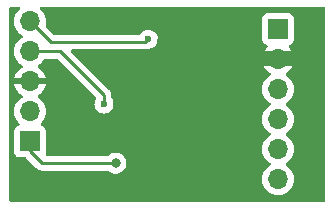
<source format=gbr>
%TF.GenerationSoftware,KiCad,Pcbnew,(7.0.0)*%
%TF.CreationDate,2023-08-01T12:49:58+01:00*%
%TF.ProjectId,TAStable,54415374-6162-46c6-952e-6b696361645f,rev?*%
%TF.SameCoordinates,Original*%
%TF.FileFunction,Copper,L2,Bot*%
%TF.FilePolarity,Positive*%
%FSLAX46Y46*%
G04 Gerber Fmt 4.6, Leading zero omitted, Abs format (unit mm)*
G04 Created by KiCad (PCBNEW (7.0.0)) date 2023-08-01 12:49:58*
%MOMM*%
%LPD*%
G01*
G04 APERTURE LIST*
%TA.AperFunction,ComponentPad*%
%ADD10R,1.700000X1.700000*%
%TD*%
%TA.AperFunction,ComponentPad*%
%ADD11O,1.700000X1.700000*%
%TD*%
%TA.AperFunction,ViaPad*%
%ADD12C,0.600000*%
%TD*%
%TA.AperFunction,ViaPad*%
%ADD13C,0.800000*%
%TD*%
%TA.AperFunction,Conductor*%
%ADD14C,0.508000*%
%TD*%
%TA.AperFunction,Conductor*%
%ADD15C,0.250000*%
%TD*%
%TA.AperFunction,Conductor*%
%ADD16C,0.254000*%
%TD*%
G04 APERTURE END LIST*
D10*
%TO.P,J1,1,Pin_1*%
%TO.N,+5V*%
X141249999Y-93649999D03*
D11*
%TO.P,J1,2,Pin_2*%
%TO.N,GND*%
X141249999Y-96189999D03*
%TO.P,J1,3,Pin_3*%
%TO.N,/I2C_SDA*%
X141249999Y-98729999D03*
%TO.P,J1,4,Pin_4*%
%TO.N,/I2C_SCL*%
X141249999Y-101269999D03*
%TO.P,J1,5,Pin_5*%
%TO.N,/21MHz_IN*%
X141249999Y-103809999D03*
%TO.P,J1,6,Pin_6*%
%TO.N,Net-(J1-Pin_6)*%
X141249999Y-106349999D03*
%TD*%
D10*
%TO.P,J2,1,Pin_1*%
%TO.N,/MCLR*%
X120249999Y-103159999D03*
D11*
%TO.P,J2,2,Pin_2*%
%TO.N,+3.3V*%
X120249999Y-100619999D03*
%TO.P,J2,3,Pin_3*%
%TO.N,GND*%
X120249999Y-98079999D03*
%TO.P,J2,4,Pin_4*%
%TO.N,/ICSPDAT*%
X120249999Y-95539999D03*
%TO.P,J2,5,Pin_5*%
%TO.N,/I2C_SCL*%
X120249999Y-92999999D03*
%TD*%
D12*
%TO.N,GND*%
X131250000Y-94750000D03*
X132000000Y-105000000D03*
D13*
X128133942Y-98133544D03*
D12*
X138250000Y-107750000D03*
X128750000Y-93750000D03*
X132000000Y-107250000D03*
D13*
X125250000Y-96500000D03*
X122000000Y-104000000D03*
D12*
X122250000Y-92750000D03*
D13*
X120500000Y-105750000D03*
D12*
X138220911Y-102529089D03*
%TO.N,/I2C_SCL*%
X130250000Y-94500000D03*
D13*
%TO.N,/MCLR*%
X127500000Y-105000000D03*
D12*
%TO.N,/ICSPDAT*%
X126500000Y-100000000D03*
%TD*%
D14*
%TO.N,GND*%
X141342500Y-95875000D02*
X141217500Y-95750000D01*
X141032500Y-96500000D02*
X139967500Y-96500000D01*
X142717500Y-96500000D02*
X141467500Y-96500000D01*
X141342500Y-96190000D02*
X141342500Y-95875000D01*
X141342500Y-96190000D02*
X141032500Y-96500000D01*
X142717500Y-95750000D02*
X141467500Y-95750000D01*
X141217500Y-95750000D02*
X139967500Y-95750000D01*
D15*
%TO.N,/I2C_SCL*%
X122000000Y-94750000D02*
X120250000Y-93000000D01*
X130000000Y-94750000D02*
X122000000Y-94750000D01*
X130250000Y-94500000D02*
X130000000Y-94750000D01*
%TO.N,/MCLR*%
X120250000Y-104000000D02*
X120250000Y-103160000D01*
X127500000Y-105000000D02*
X121250000Y-105000000D01*
X121250000Y-105000000D02*
X120250000Y-104000000D01*
D16*
%TO.N,/ICSPDAT*%
X126500000Y-99250000D02*
X122790000Y-95540000D01*
X126500000Y-100000000D02*
X126500000Y-99250000D01*
X122790000Y-95540000D02*
X120250000Y-95540000D01*
%TD*%
%TA.AperFunction,Conductor*%
%TO.N,GND*%
G36*
X119346537Y-91764015D02*
G01*
X119390560Y-91801615D01*
X119412715Y-91855102D01*
X119408173Y-91912818D01*
X119377923Y-91962181D01*
X119215334Y-92124769D01*
X119215328Y-92124775D01*
X119211505Y-92128599D01*
X119208402Y-92133029D01*
X119208399Y-92133034D01*
X119079073Y-92317731D01*
X119079068Y-92317738D01*
X119075965Y-92322171D01*
X119073677Y-92327077D01*
X119073675Y-92327081D01*
X118978386Y-92531427D01*
X118978383Y-92531432D01*
X118976097Y-92536337D01*
X118974698Y-92541557D01*
X118974694Y-92541569D01*
X118916337Y-92759365D01*
X118916335Y-92759371D01*
X118914937Y-92764592D01*
X118894341Y-93000000D01*
X118894813Y-93005395D01*
X118914465Y-93230017D01*
X118914465Y-93230020D01*
X118914937Y-93235408D01*
X118916336Y-93240630D01*
X118916337Y-93240634D01*
X118974694Y-93458430D01*
X118974697Y-93458438D01*
X118976097Y-93463663D01*
X118978385Y-93468570D01*
X118978386Y-93468572D01*
X119073678Y-93672927D01*
X119073681Y-93672933D01*
X119075965Y-93677830D01*
X119079064Y-93682257D01*
X119079066Y-93682259D01*
X119208399Y-93866966D01*
X119208402Y-93866970D01*
X119211505Y-93871401D01*
X119378599Y-94038495D01*
X119383032Y-94041599D01*
X119383038Y-94041604D01*
X119564158Y-94168425D01*
X119603024Y-94212743D01*
X119617035Y-94270000D01*
X119603024Y-94327257D01*
X119564158Y-94371575D01*
X119378599Y-94501505D01*
X119374775Y-94505328D01*
X119374769Y-94505334D01*
X119215334Y-94664769D01*
X119215328Y-94664775D01*
X119211505Y-94668599D01*
X119208402Y-94673029D01*
X119208399Y-94673034D01*
X119079073Y-94857731D01*
X119079068Y-94857738D01*
X119075965Y-94862171D01*
X119073677Y-94867077D01*
X119073675Y-94867081D01*
X118978386Y-95071427D01*
X118978383Y-95071432D01*
X118976097Y-95076337D01*
X118974698Y-95081557D01*
X118974694Y-95081569D01*
X118916337Y-95299365D01*
X118916335Y-95299371D01*
X118914937Y-95304592D01*
X118914465Y-95309977D01*
X118914465Y-95309982D01*
X118897142Y-95507982D01*
X118894341Y-95540000D01*
X118914937Y-95775408D01*
X118916336Y-95780630D01*
X118916337Y-95780634D01*
X118974694Y-95998430D01*
X118974697Y-95998438D01*
X118976097Y-96003663D01*
X118978385Y-96008570D01*
X118978386Y-96008572D01*
X119073678Y-96212927D01*
X119073681Y-96212933D01*
X119075965Y-96217830D01*
X119079064Y-96222257D01*
X119079066Y-96222259D01*
X119208399Y-96406966D01*
X119208402Y-96406970D01*
X119211505Y-96411401D01*
X119378599Y-96578495D01*
X119383031Y-96581598D01*
X119383033Y-96581600D01*
X119564595Y-96708731D01*
X119603460Y-96753049D01*
X119617471Y-96810306D01*
X119603460Y-96867563D01*
X119564595Y-96911881D01*
X119383352Y-97038788D01*
X119375092Y-97045719D01*
X119215719Y-97205092D01*
X119208784Y-97213357D01*
X119079508Y-97397982D01*
X119074110Y-97407332D01*
X118978856Y-97611602D01*
X118975168Y-97621736D01*
X118923056Y-97816219D01*
X118922688Y-97827448D01*
X118933631Y-97830000D01*
X121566369Y-97830000D01*
X121577311Y-97827448D01*
X121576943Y-97816219D01*
X121524831Y-97621736D01*
X121521143Y-97611602D01*
X121425889Y-97407332D01*
X121420491Y-97397982D01*
X121291215Y-97213357D01*
X121284280Y-97205092D01*
X121124909Y-97045721D01*
X121116643Y-97038784D01*
X120935405Y-96911880D01*
X120896540Y-96867562D01*
X120882529Y-96810305D01*
X120896540Y-96753048D01*
X120935406Y-96708730D01*
X121116961Y-96581604D01*
X121116961Y-96581603D01*
X121121401Y-96578495D01*
X121288495Y-96411401D01*
X121422250Y-96220377D01*
X121466570Y-96181511D01*
X121523827Y-96167500D01*
X122478719Y-96167500D01*
X122526172Y-96176939D01*
X122566400Y-96203819D01*
X125796453Y-99433872D01*
X125825813Y-99480598D01*
X125831992Y-99535436D01*
X125813767Y-99587524D01*
X125777911Y-99644588D01*
X125777907Y-99644594D01*
X125774211Y-99650478D01*
X125771915Y-99657036D01*
X125771913Y-99657043D01*
X125716930Y-99814175D01*
X125716928Y-99814182D01*
X125714632Y-99820745D01*
X125713852Y-99827662D01*
X125713852Y-99827665D01*
X125701451Y-99937731D01*
X125694435Y-100000000D01*
X125695215Y-100006923D01*
X125711496Y-100151427D01*
X125714632Y-100179255D01*
X125716928Y-100185819D01*
X125716930Y-100185824D01*
X125771913Y-100342956D01*
X125774211Y-100349522D01*
X125870184Y-100502262D01*
X125997738Y-100629816D01*
X126150478Y-100725789D01*
X126320745Y-100785368D01*
X126500000Y-100805565D01*
X126679255Y-100785368D01*
X126849522Y-100725789D01*
X127002262Y-100629816D01*
X127129816Y-100502262D01*
X127225789Y-100349522D01*
X127285368Y-100179255D01*
X127305565Y-100000000D01*
X127285368Y-99820745D01*
X127225789Y-99650478D01*
X127146505Y-99524299D01*
X127127500Y-99458328D01*
X127127500Y-99328040D01*
X127128024Y-99316928D01*
X127129680Y-99309523D01*
X127127561Y-99242095D01*
X127127500Y-99238200D01*
X127127500Y-99214414D01*
X127127500Y-99210524D01*
X127127012Y-99206660D01*
X127126994Y-99206516D01*
X127126076Y-99194859D01*
X127124700Y-99151057D01*
X127119082Y-99131720D01*
X127115138Y-99112679D01*
X127112616Y-99092707D01*
X127096480Y-99051953D01*
X127092697Y-99040903D01*
X127082645Y-99006302D01*
X127082644Y-99006300D01*
X127080468Y-98998809D01*
X127070222Y-98981485D01*
X127061660Y-98964007D01*
X127057125Y-98952551D01*
X127057124Y-98952549D01*
X127054253Y-98945297D01*
X127028478Y-98909822D01*
X127022086Y-98900091D01*
X126999763Y-98862344D01*
X126985530Y-98848111D01*
X126972894Y-98833316D01*
X126965650Y-98823345D01*
X126965645Y-98823340D01*
X126961063Y-98817033D01*
X126927287Y-98789091D01*
X126918647Y-98781228D01*
X123724600Y-95587181D01*
X123694350Y-95537818D01*
X123689808Y-95480102D01*
X123711963Y-95426615D01*
X123755986Y-95389015D01*
X123812281Y-95375500D01*
X129922225Y-95375500D01*
X129933280Y-95376021D01*
X129940667Y-95377673D01*
X130007872Y-95375561D01*
X130011768Y-95375500D01*
X130035448Y-95375500D01*
X130039350Y-95375500D01*
X130043313Y-95374999D01*
X130054963Y-95374080D01*
X130098627Y-95372709D01*
X130117861Y-95367119D01*
X130136917Y-95363174D01*
X130156792Y-95360664D01*
X130197395Y-95344587D01*
X130208450Y-95340802D01*
X130250390Y-95328618D01*
X130267629Y-95318422D01*
X130285102Y-95309862D01*
X130298888Y-95304404D01*
X130330652Y-95296477D01*
X130429255Y-95285368D01*
X130599522Y-95225789D01*
X130752262Y-95129816D01*
X130879816Y-95002262D01*
X130975789Y-94849522D01*
X131035368Y-94679255D01*
X131050542Y-94544578D01*
X139899500Y-94544578D01*
X139899501Y-94547872D01*
X139899853Y-94551150D01*
X139899854Y-94551161D01*
X139905079Y-94599768D01*
X139905080Y-94599773D01*
X139905909Y-94607483D01*
X139908619Y-94614749D01*
X139908620Y-94614753D01*
X139927275Y-94664769D01*
X139956204Y-94742331D01*
X140042454Y-94857546D01*
X140157669Y-94943796D01*
X140289598Y-94993002D01*
X140339977Y-95027981D01*
X140367431Y-95082825D01*
X140365242Y-95144118D01*
X140333947Y-95196865D01*
X140215714Y-95315098D01*
X140208784Y-95323357D01*
X140079508Y-95507982D01*
X140074110Y-95517332D01*
X139978856Y-95721602D01*
X139975168Y-95731736D01*
X139923056Y-95926219D01*
X139922688Y-95937448D01*
X139933631Y-95940000D01*
X142566369Y-95940000D01*
X142577311Y-95937448D01*
X142576943Y-95926219D01*
X142524831Y-95731736D01*
X142521143Y-95721602D01*
X142425889Y-95517332D01*
X142420491Y-95507982D01*
X142291215Y-95323357D01*
X142284280Y-95315092D01*
X142166053Y-95196865D01*
X142134757Y-95144119D01*
X142132568Y-95082825D01*
X142160022Y-95027981D01*
X142210398Y-94993003D01*
X142342331Y-94943796D01*
X142457546Y-94857546D01*
X142543796Y-94742331D01*
X142594091Y-94607483D01*
X142600500Y-94547873D01*
X142600499Y-92752128D01*
X142594091Y-92692517D01*
X142543796Y-92557669D01*
X142457546Y-92442454D01*
X142342331Y-92356204D01*
X142251084Y-92322171D01*
X142214752Y-92308620D01*
X142214750Y-92308619D01*
X142207483Y-92305909D01*
X142199770Y-92305079D01*
X142199767Y-92305079D01*
X142151180Y-92299855D01*
X142151169Y-92299854D01*
X142147873Y-92299500D01*
X142144550Y-92299500D01*
X140355439Y-92299500D01*
X140355420Y-92299500D01*
X140352128Y-92299501D01*
X140348850Y-92299853D01*
X140348838Y-92299854D01*
X140300231Y-92305079D01*
X140300225Y-92305080D01*
X140292517Y-92305909D01*
X140285252Y-92308618D01*
X140285246Y-92308620D01*
X140165980Y-92353104D01*
X140165978Y-92353104D01*
X140157669Y-92356204D01*
X140150572Y-92361516D01*
X140150568Y-92361519D01*
X140049550Y-92437141D01*
X140049546Y-92437144D01*
X140042454Y-92442454D01*
X140037144Y-92449546D01*
X140037141Y-92449550D01*
X139961519Y-92550568D01*
X139961516Y-92550572D01*
X139956204Y-92557669D01*
X139953104Y-92565978D01*
X139953104Y-92565980D01*
X139908620Y-92685247D01*
X139908619Y-92685250D01*
X139905909Y-92692517D01*
X139905079Y-92700227D01*
X139905079Y-92700232D01*
X139899855Y-92748819D01*
X139899854Y-92748831D01*
X139899500Y-92752127D01*
X139899500Y-92755448D01*
X139899500Y-92755449D01*
X139899500Y-94544560D01*
X139899500Y-94544578D01*
X131050542Y-94544578D01*
X131055565Y-94500000D01*
X131035368Y-94320745D01*
X130975789Y-94150478D01*
X130879816Y-93997738D01*
X130752262Y-93870184D01*
X130599522Y-93774211D01*
X130592959Y-93771914D01*
X130592956Y-93771913D01*
X130435824Y-93716930D01*
X130435819Y-93716928D01*
X130429255Y-93714632D01*
X130422335Y-93713852D01*
X130422334Y-93713852D01*
X130256923Y-93695215D01*
X130250000Y-93694435D01*
X130243077Y-93695215D01*
X130077665Y-93713852D01*
X130077662Y-93713852D01*
X130070745Y-93714632D01*
X130064182Y-93716928D01*
X130064175Y-93716930D01*
X129907043Y-93771913D01*
X129907036Y-93771915D01*
X129900478Y-93774211D01*
X129894590Y-93777910D01*
X129894587Y-93777912D01*
X129753638Y-93866476D01*
X129753633Y-93866479D01*
X129747738Y-93870184D01*
X129742813Y-93875108D01*
X129742809Y-93875112D01*
X129625112Y-93992809D01*
X129625108Y-93992813D01*
X129620184Y-93997738D01*
X129616481Y-94003631D01*
X129616474Y-94003640D01*
X129576994Y-94066473D01*
X129531982Y-94109028D01*
X129472001Y-94124500D01*
X122310452Y-94124500D01*
X122262999Y-94115061D01*
X122222771Y-94088181D01*
X121590237Y-93455647D01*
X121558143Y-93400059D01*
X121558143Y-93335872D01*
X121585063Y-93235408D01*
X121605659Y-93000000D01*
X121585063Y-92764592D01*
X121523903Y-92536337D01*
X121424035Y-92322171D01*
X121288495Y-92128599D01*
X121122077Y-91962181D01*
X121091827Y-91912818D01*
X121087285Y-91855102D01*
X121109440Y-91801615D01*
X121153463Y-91764015D01*
X121209758Y-91750500D01*
X145125500Y-91750500D01*
X145187500Y-91767113D01*
X145232887Y-91812500D01*
X145249500Y-91874500D01*
X145249500Y-108125500D01*
X145232887Y-108187500D01*
X145187500Y-108232887D01*
X145125500Y-108249500D01*
X129000099Y-108249500D01*
X118624500Y-108249500D01*
X118562500Y-108232887D01*
X118517113Y-108187500D01*
X118500500Y-108125500D01*
X118500500Y-106350000D01*
X139894341Y-106350000D01*
X139914937Y-106585408D01*
X139916336Y-106590630D01*
X139916337Y-106590634D01*
X139974694Y-106808430D01*
X139974697Y-106808438D01*
X139976097Y-106813663D01*
X139978385Y-106818570D01*
X139978386Y-106818572D01*
X140073678Y-107022927D01*
X140073681Y-107022933D01*
X140075965Y-107027830D01*
X140079064Y-107032257D01*
X140079066Y-107032259D01*
X140208399Y-107216966D01*
X140208402Y-107216970D01*
X140211505Y-107221401D01*
X140378599Y-107388495D01*
X140572170Y-107524035D01*
X140786337Y-107623903D01*
X141014592Y-107685063D01*
X141250000Y-107705659D01*
X141485408Y-107685063D01*
X141713663Y-107623903D01*
X141927830Y-107524035D01*
X142121401Y-107388495D01*
X142288495Y-107221401D01*
X142424035Y-107027830D01*
X142523903Y-106813663D01*
X142585063Y-106585408D01*
X142605659Y-106350000D01*
X142585063Y-106114592D01*
X142523903Y-105886337D01*
X142424035Y-105672171D01*
X142288495Y-105478599D01*
X142121401Y-105311505D01*
X142116968Y-105308401D01*
X142116961Y-105308395D01*
X141935842Y-105181575D01*
X141896976Y-105137257D01*
X141882965Y-105080000D01*
X141896976Y-105022743D01*
X141935842Y-104978425D01*
X142116961Y-104851604D01*
X142116961Y-104851603D01*
X142121401Y-104848495D01*
X142288495Y-104681401D01*
X142424035Y-104487830D01*
X142523903Y-104273663D01*
X142585063Y-104045408D01*
X142605659Y-103810000D01*
X142585063Y-103574592D01*
X142523903Y-103346337D01*
X142424035Y-103132171D01*
X142288495Y-102938599D01*
X142121401Y-102771505D01*
X142116968Y-102768401D01*
X142116961Y-102768395D01*
X141935842Y-102641575D01*
X141896976Y-102597257D01*
X141882965Y-102540000D01*
X141896976Y-102482743D01*
X141935842Y-102438425D01*
X142116961Y-102311604D01*
X142116961Y-102311603D01*
X142121401Y-102308495D01*
X142288495Y-102141401D01*
X142424035Y-101947830D01*
X142523903Y-101733663D01*
X142585063Y-101505408D01*
X142605659Y-101270000D01*
X142585063Y-101034592D01*
X142523903Y-100806337D01*
X142424035Y-100592171D01*
X142288495Y-100398599D01*
X142121401Y-100231505D01*
X142116968Y-100228401D01*
X142116961Y-100228395D01*
X141935842Y-100101575D01*
X141896976Y-100057257D01*
X141882965Y-100000000D01*
X141896976Y-99942743D01*
X141935842Y-99898425D01*
X142116961Y-99771604D01*
X142116961Y-99771603D01*
X142121401Y-99768495D01*
X142288495Y-99601401D01*
X142424035Y-99407830D01*
X142523903Y-99193663D01*
X142585063Y-98965408D01*
X142605659Y-98730000D01*
X142585063Y-98494592D01*
X142523903Y-98266337D01*
X142424035Y-98052171D01*
X142288495Y-97858599D01*
X142121401Y-97691505D01*
X142116970Y-97688402D01*
X142116966Y-97688399D01*
X141935405Y-97561269D01*
X141896540Y-97516951D01*
X141882529Y-97459694D01*
X141896540Y-97402437D01*
X141935406Y-97358119D01*
X142116638Y-97231219D01*
X142124909Y-97224278D01*
X142284278Y-97064909D01*
X142291215Y-97056643D01*
X142420498Y-96872008D01*
X142425886Y-96862676D01*
X142521143Y-96658397D01*
X142524831Y-96648263D01*
X142576943Y-96453780D01*
X142577311Y-96442551D01*
X142566369Y-96440000D01*
X139933631Y-96440000D01*
X139922688Y-96442551D01*
X139923056Y-96453780D01*
X139975168Y-96648263D01*
X139978856Y-96658397D01*
X140074113Y-96862676D01*
X140079501Y-96872008D01*
X140208784Y-97056643D01*
X140215721Y-97064909D01*
X140375090Y-97224278D01*
X140383356Y-97231215D01*
X140564595Y-97358120D01*
X140603460Y-97402438D01*
X140617471Y-97459695D01*
X140603460Y-97516952D01*
X140564594Y-97561270D01*
X140383034Y-97688399D01*
X140383029Y-97688402D01*
X140378599Y-97691505D01*
X140374775Y-97695328D01*
X140374769Y-97695334D01*
X140215334Y-97854769D01*
X140215328Y-97854775D01*
X140211505Y-97858599D01*
X140208402Y-97863029D01*
X140208399Y-97863034D01*
X140079073Y-98047731D01*
X140079068Y-98047738D01*
X140075965Y-98052171D01*
X140073677Y-98057077D01*
X140073675Y-98057081D01*
X139978386Y-98261427D01*
X139978383Y-98261432D01*
X139976097Y-98266337D01*
X139974698Y-98271557D01*
X139974694Y-98271569D01*
X139916337Y-98489365D01*
X139916335Y-98489371D01*
X139914937Y-98494592D01*
X139914465Y-98499977D01*
X139914465Y-98499982D01*
X139894813Y-98724605D01*
X139894341Y-98730000D01*
X139894813Y-98735395D01*
X139909220Y-98900071D01*
X139914937Y-98965408D01*
X139916336Y-98970630D01*
X139916337Y-98970634D01*
X139974694Y-99188430D01*
X139974697Y-99188438D01*
X139976097Y-99193663D01*
X139978385Y-99198570D01*
X139978386Y-99198572D01*
X140073678Y-99402927D01*
X140073681Y-99402933D01*
X140075965Y-99407830D01*
X140079064Y-99412257D01*
X140079066Y-99412259D01*
X140208399Y-99596966D01*
X140208402Y-99596970D01*
X140211505Y-99601401D01*
X140378599Y-99768495D01*
X140383032Y-99771599D01*
X140383038Y-99771604D01*
X140564158Y-99898425D01*
X140603024Y-99942743D01*
X140617035Y-100000000D01*
X140603024Y-100057257D01*
X140564159Y-100101575D01*
X140383041Y-100228395D01*
X140378599Y-100231505D01*
X140374775Y-100235328D01*
X140374769Y-100235334D01*
X140215334Y-100394769D01*
X140215328Y-100394775D01*
X140211505Y-100398599D01*
X140208402Y-100403029D01*
X140208399Y-100403034D01*
X140079073Y-100587731D01*
X140079068Y-100587738D01*
X140075965Y-100592171D01*
X140073677Y-100597077D01*
X140073675Y-100597081D01*
X139978386Y-100801427D01*
X139978383Y-100801432D01*
X139976097Y-100806337D01*
X139974698Y-100811557D01*
X139974694Y-100811569D01*
X139916337Y-101029365D01*
X139916335Y-101029371D01*
X139914937Y-101034592D01*
X139914465Y-101039977D01*
X139914465Y-101039982D01*
X139910214Y-101088572D01*
X139894341Y-101270000D01*
X139894813Y-101275395D01*
X139914046Y-101495232D01*
X139914937Y-101505408D01*
X139916336Y-101510630D01*
X139916337Y-101510634D01*
X139974694Y-101728430D01*
X139974697Y-101728438D01*
X139976097Y-101733663D01*
X139978385Y-101738570D01*
X139978386Y-101738572D01*
X140073678Y-101942927D01*
X140073681Y-101942933D01*
X140075965Y-101947830D01*
X140079064Y-101952257D01*
X140079066Y-101952259D01*
X140208399Y-102136966D01*
X140208402Y-102136970D01*
X140211505Y-102141401D01*
X140378599Y-102308495D01*
X140383032Y-102311599D01*
X140383038Y-102311604D01*
X140564158Y-102438425D01*
X140603024Y-102482743D01*
X140617035Y-102540000D01*
X140603024Y-102597257D01*
X140564159Y-102641575D01*
X140383041Y-102768395D01*
X140378599Y-102771505D01*
X140374775Y-102775328D01*
X140374769Y-102775334D01*
X140215334Y-102934769D01*
X140215328Y-102934775D01*
X140211505Y-102938599D01*
X140208402Y-102943029D01*
X140208399Y-102943034D01*
X140079073Y-103127731D01*
X140079068Y-103127738D01*
X140075965Y-103132171D01*
X140073677Y-103137077D01*
X140073675Y-103137081D01*
X139978386Y-103341427D01*
X139978383Y-103341432D01*
X139976097Y-103346337D01*
X139974698Y-103351557D01*
X139974694Y-103351569D01*
X139916337Y-103569365D01*
X139916335Y-103569371D01*
X139914937Y-103574592D01*
X139894341Y-103810000D01*
X139914937Y-104045408D01*
X139916336Y-104050630D01*
X139916337Y-104050634D01*
X139974694Y-104268430D01*
X139974697Y-104268438D01*
X139976097Y-104273663D01*
X139978385Y-104278570D01*
X139978386Y-104278572D01*
X140073678Y-104482927D01*
X140073681Y-104482933D01*
X140075965Y-104487830D01*
X140079064Y-104492257D01*
X140079066Y-104492259D01*
X140208399Y-104676966D01*
X140208402Y-104676970D01*
X140211505Y-104681401D01*
X140378599Y-104848495D01*
X140383032Y-104851599D01*
X140383038Y-104851604D01*
X140564158Y-104978425D01*
X140603024Y-105022743D01*
X140617035Y-105080000D01*
X140603024Y-105137257D01*
X140564159Y-105181575D01*
X140383041Y-105308395D01*
X140378599Y-105311505D01*
X140374775Y-105315328D01*
X140374769Y-105315334D01*
X140215334Y-105474769D01*
X140215328Y-105474775D01*
X140211505Y-105478599D01*
X140208402Y-105483029D01*
X140208399Y-105483034D01*
X140079073Y-105667731D01*
X140079068Y-105667738D01*
X140075965Y-105672171D01*
X140073677Y-105677077D01*
X140073675Y-105677081D01*
X139978386Y-105881427D01*
X139978383Y-105881432D01*
X139976097Y-105886337D01*
X139974698Y-105891557D01*
X139974694Y-105891569D01*
X139916337Y-106109365D01*
X139916335Y-106109371D01*
X139914937Y-106114592D01*
X139894341Y-106350000D01*
X118500500Y-106350000D01*
X118500500Y-100620000D01*
X118894341Y-100620000D01*
X118894813Y-100625395D01*
X118910643Y-100806337D01*
X118914937Y-100855408D01*
X118916336Y-100860630D01*
X118916337Y-100860634D01*
X118974694Y-101078430D01*
X118974697Y-101078438D01*
X118976097Y-101083663D01*
X118978385Y-101088570D01*
X118978386Y-101088572D01*
X119073678Y-101292927D01*
X119073681Y-101292933D01*
X119075965Y-101297830D01*
X119079064Y-101302257D01*
X119079066Y-101302259D01*
X119208399Y-101486966D01*
X119208402Y-101486970D01*
X119211505Y-101491401D01*
X119215336Y-101495232D01*
X119333430Y-101613326D01*
X119364726Y-101666072D01*
X119366915Y-101727365D01*
X119339462Y-101782210D01*
X119289083Y-101817189D01*
X119173702Y-101860223D01*
X119157669Y-101866204D01*
X119150572Y-101871516D01*
X119150568Y-101871519D01*
X119049550Y-101947141D01*
X119049546Y-101947144D01*
X119042454Y-101952454D01*
X119037144Y-101959546D01*
X119037141Y-101959550D01*
X118961519Y-102060568D01*
X118961516Y-102060572D01*
X118956204Y-102067669D01*
X118953104Y-102075978D01*
X118953104Y-102075980D01*
X118908620Y-102195247D01*
X118908619Y-102195250D01*
X118905909Y-102202517D01*
X118905079Y-102210227D01*
X118905079Y-102210232D01*
X118899855Y-102258819D01*
X118899854Y-102258831D01*
X118899500Y-102262127D01*
X118899500Y-102265448D01*
X118899500Y-102265449D01*
X118899500Y-104054560D01*
X118899500Y-104054578D01*
X118899501Y-104057872D01*
X118899853Y-104061150D01*
X118899854Y-104061161D01*
X118905079Y-104109768D01*
X118905080Y-104109773D01*
X118905909Y-104117483D01*
X118908619Y-104124749D01*
X118908620Y-104124753D01*
X118914867Y-104141501D01*
X118956204Y-104252331D01*
X118961518Y-104259430D01*
X118961519Y-104259431D01*
X119037086Y-104360376D01*
X119042454Y-104367546D01*
X119157669Y-104453796D01*
X119292517Y-104504091D01*
X119352127Y-104510500D01*
X119824547Y-104510499D01*
X119872000Y-104519938D01*
X119912228Y-104546818D01*
X120752707Y-105387297D01*
X120760156Y-105395483D01*
X120764214Y-105401877D01*
X120769899Y-105407215D01*
X120769901Y-105407218D01*
X120813239Y-105447915D01*
X120816036Y-105450626D01*
X120835530Y-105470120D01*
X120838615Y-105472513D01*
X120838701Y-105472580D01*
X120847573Y-105480158D01*
X120879418Y-105510062D01*
X120886248Y-105513817D01*
X120886251Y-105513819D01*
X120896971Y-105519712D01*
X120913222Y-105530386D01*
X120929064Y-105542674D01*
X120936221Y-105545771D01*
X120936223Y-105545772D01*
X120969155Y-105560022D01*
X120979650Y-105565164D01*
X121017908Y-105586197D01*
X121037312Y-105591179D01*
X121055714Y-105597480D01*
X121066941Y-105602338D01*
X121074105Y-105605438D01*
X121111697Y-105611391D01*
X121117239Y-105612269D01*
X121128682Y-105614639D01*
X121163425Y-105623560D01*
X121163426Y-105623560D01*
X121170981Y-105625500D01*
X121191017Y-105625500D01*
X121210402Y-105627025D01*
X121230196Y-105630160D01*
X121268276Y-105626560D01*
X121273676Y-105626050D01*
X121285345Y-105625500D01*
X126796252Y-105625500D01*
X126846685Y-105636219D01*
X126884781Y-105663895D01*
X126884950Y-105663709D01*
X126886728Y-105665310D01*
X126888398Y-105666523D01*
X126894129Y-105672888D01*
X127047270Y-105784151D01*
X127220197Y-105861144D01*
X127405354Y-105900500D01*
X127588143Y-105900500D01*
X127594646Y-105900500D01*
X127779803Y-105861144D01*
X127952730Y-105784151D01*
X128105871Y-105672888D01*
X128232533Y-105532216D01*
X128327179Y-105368284D01*
X128385674Y-105188256D01*
X128405460Y-105000000D01*
X128385674Y-104811744D01*
X128327179Y-104631716D01*
X128232533Y-104467784D01*
X128222728Y-104456895D01*
X128110220Y-104331942D01*
X128110219Y-104331941D01*
X128105871Y-104327112D01*
X128100613Y-104323292D01*
X128100611Y-104323290D01*
X127957988Y-104219669D01*
X127957987Y-104219668D01*
X127952730Y-104215849D01*
X127946792Y-104213205D01*
X127785745Y-104141501D01*
X127785740Y-104141499D01*
X127779803Y-104138856D01*
X127773444Y-104137504D01*
X127773440Y-104137503D01*
X127601008Y-104100852D01*
X127601005Y-104100851D01*
X127594646Y-104099500D01*
X127405354Y-104099500D01*
X127398995Y-104100851D01*
X127398991Y-104100852D01*
X127226559Y-104137503D01*
X127226552Y-104137505D01*
X127220197Y-104138856D01*
X127214262Y-104141498D01*
X127214254Y-104141501D01*
X127053207Y-104213205D01*
X127053202Y-104213207D01*
X127047270Y-104215849D01*
X127042016Y-104219665D01*
X127042011Y-104219669D01*
X126899388Y-104323290D01*
X126899381Y-104323295D01*
X126894129Y-104327112D01*
X126889780Y-104331941D01*
X126889781Y-104331941D01*
X126888399Y-104333476D01*
X126886728Y-104334689D01*
X126884950Y-104336291D01*
X126884781Y-104336104D01*
X126846685Y-104363781D01*
X126796252Y-104374500D01*
X121676823Y-104374500D01*
X121619348Y-104360376D01*
X121574967Y-104321220D01*
X121553790Y-104265954D01*
X121560641Y-104207167D01*
X121594091Y-104117483D01*
X121600500Y-104057873D01*
X121600499Y-102262128D01*
X121594091Y-102202517D01*
X121543796Y-102067669D01*
X121457546Y-101952454D01*
X121342331Y-101866204D01*
X121272359Y-101840106D01*
X121210916Y-101817189D01*
X121160537Y-101782210D01*
X121133084Y-101727365D01*
X121135273Y-101666072D01*
X121166566Y-101613329D01*
X121288495Y-101491401D01*
X121424035Y-101297830D01*
X121523903Y-101083663D01*
X121585063Y-100855408D01*
X121605659Y-100620000D01*
X121585063Y-100384592D01*
X121523903Y-100156337D01*
X121424035Y-99942171D01*
X121288495Y-99748599D01*
X121121401Y-99581505D01*
X121116970Y-99578402D01*
X121116966Y-99578399D01*
X120935405Y-99451269D01*
X120896540Y-99406951D01*
X120882529Y-99349694D01*
X120896540Y-99292437D01*
X120935406Y-99248119D01*
X121116638Y-99121219D01*
X121124909Y-99114278D01*
X121284278Y-98954909D01*
X121291215Y-98946643D01*
X121420498Y-98762008D01*
X121425886Y-98752676D01*
X121521143Y-98548397D01*
X121524831Y-98538263D01*
X121576943Y-98343780D01*
X121577311Y-98332551D01*
X121566369Y-98330000D01*
X118933631Y-98330000D01*
X118922688Y-98332551D01*
X118923056Y-98343780D01*
X118975168Y-98538263D01*
X118978856Y-98548397D01*
X119074113Y-98752676D01*
X119079501Y-98762008D01*
X119208784Y-98946643D01*
X119215721Y-98954909D01*
X119375090Y-99114278D01*
X119383356Y-99121215D01*
X119564595Y-99248120D01*
X119603460Y-99292438D01*
X119617471Y-99349695D01*
X119603460Y-99406952D01*
X119564594Y-99451270D01*
X119383034Y-99578399D01*
X119383029Y-99578402D01*
X119378599Y-99581505D01*
X119374775Y-99585328D01*
X119374769Y-99585334D01*
X119215334Y-99744769D01*
X119215328Y-99744775D01*
X119211505Y-99748599D01*
X119208402Y-99753029D01*
X119208399Y-99753034D01*
X119079073Y-99937731D01*
X119079068Y-99937738D01*
X119075965Y-99942171D01*
X119073677Y-99947077D01*
X119073675Y-99947081D01*
X118978386Y-100151427D01*
X118978383Y-100151432D01*
X118976097Y-100156337D01*
X118974698Y-100161557D01*
X118974694Y-100161569D01*
X118916337Y-100379365D01*
X118916335Y-100379371D01*
X118914937Y-100384592D01*
X118914465Y-100389977D01*
X118914465Y-100389982D01*
X118913323Y-100403034D01*
X118894341Y-100620000D01*
X118500500Y-100620000D01*
X118500500Y-91874500D01*
X118517113Y-91812500D01*
X118562500Y-91767113D01*
X118624500Y-91750500D01*
X119290242Y-91750500D01*
X119346537Y-91764015D01*
G37*
%TD.AperFunction*%
%TD*%
M02*

</source>
